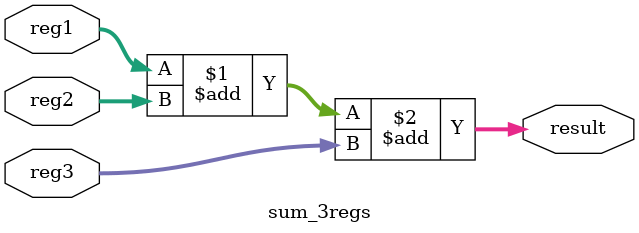
<source format=v>
`timescale 1ns / 1ps

module sum_3regs #(parameter DATA_WIDTH = 16)(
        output [DATA_WIDTH-1+2 : 0] result,
        input [DATA_WIDTH-1 : 0] reg1,
        input [DATA_WIDTH-1 : 0] reg2,
        input [DATA_WIDTH-1 : 0] reg3
    );

/*    
wire [DATA_WIDTH-1+1 : 0] s1;
wire [DATA_WIDTH-1 : 0] carry;
wire [DATA_WIDTH-1 : 0] carry2;

// Sumar reg1 y reg2: Full adder loop
genvar i;

full_adder fadd1(s1[0], carry[0], reg1[0], reg2[0], 1'b0);
for (i = 1; i < DATA_WIDTH; i = i + 1) begin
    full_adder fa (s1[i], carry[i], reg1[i], reg2[i], carry[i-1]);
end

// Sumar reg3 y el resultado de sumar reg1 y reg2
full_adder fadd2(result[0], carry2[0], s1[0], reg3[0], carry[DATA_WIDTH-1]);
for (i = 1; i < DATA_WIDTH; i = i + 1) begin
    full_adder fa (result[i], carry2[i], s1[i], reg3[i], carry2[i-1]);
end

assign result[i+1] = carry2[DATA_WIDTH-1];
*/

assign result = reg1 + reg2 + reg3;

endmodule

</source>
